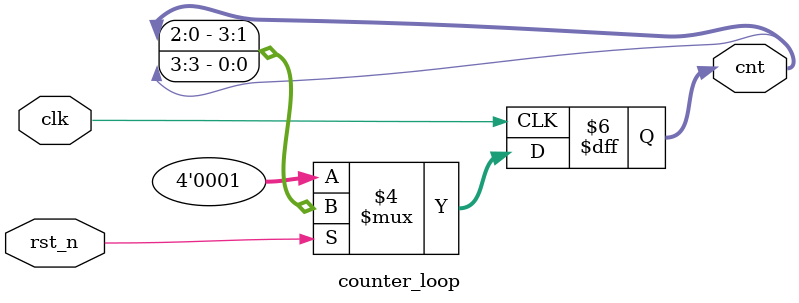
<source format=v>
module counter_loop(
    input clk,rst_n,
    output reg [3:0] cnt
);

    always@(posedge clk)begin
        if(!rst_n)
            cnt<=4'b0001;
        else
            cnt<={cnt[2:0],cnt[3]};//循环左移，不能用移位操作符
    end

endmodule
</source>
